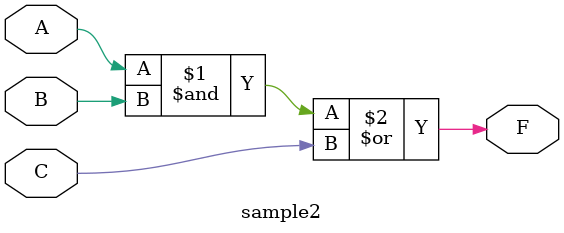
<source format=v>
module sample2(A, B, C, F);
input A, B, C;
output F;
assign F = A & B | C;
endmodule

</source>
